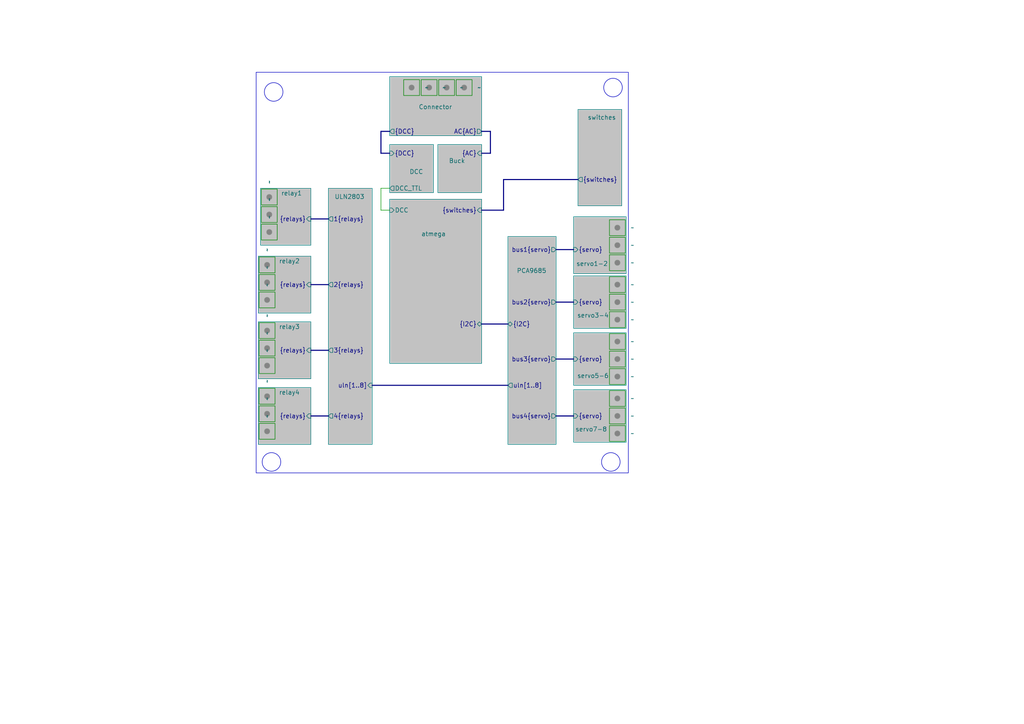
<source format=kicad_sch>
(kicad_sch (version 20231120) (generator "eeschema") (generator_version "8.0")
  (paper "A4")
  (lib_symbols
    (symbol "custom_kicad_lib_sk:screwterminal" (pin_numbers hide) (pin_names (offset 0) hide) (in_bom no) (on_board no)
      (symbol "screwterminal_1_1"
        (rectangle (start -2.3 2.3) (end 2.3 -2.3) (stroke (width 0) (color 0 132 0 1)))
        (circle (center 0 0) (radius 0.762) (stroke (width 0) (color 137 143 138 1)) (fill (type color) (color 132 132 132 1)))
      )
    )
  )
  (bus_alias "servo" (members "pin1" "pin2"))
  (bus_alias "switches" (members "conf" "toggle" "sw[1..8]"))
  (bus (pts (xy 142.24 38.1) (xy 139.7 38.1)))
  (bus (pts (xy 142.24 44.45) (xy 139.7 44.45)))
  (bus (pts (xy 161.29 87.63) (xy 166.37 87.63)))
  (bus (pts (xy 90.17 63.5) (xy 95.25 63.5)))
  (bus (pts (xy 110.49 38.1) (xy 113.03 38.1)))
  (bus (pts (xy 161.29 104.14) (xy 166.37 104.14)))
  (bus (pts (xy 142.24 44.45) (xy 142.24 38.1)))
  (bus (pts (xy 90.17 120.65) (xy 95.25 120.65)))
  (bus (pts (xy 161.29 72.39) (xy 166.37 72.39)))
  (bus (pts (xy 110.49 38.1) (xy 110.49 44.45)))
  (bus (pts (xy 90.17 101.6) (xy 95.25 101.6)))
  (wire (pts (xy 113.03 54.61) (xy 110.49 54.61)))
  (bus (pts (xy 90.17 82.55) (xy 95.25 82.55)))
  (bus (pts (xy 110.49 44.45) (xy 113.03 44.45)))
  (bus (pts (xy 146.05 52.07) (xy 167.64 52.07)))
  (bus (pts (xy 139.7 93.98) (xy 147.32 93.98)))
  (bus (pts (xy 146.05 52.07) (xy 146.05 60.96)))
  (wire (pts (xy 110.49 54.61) (xy 110.49 60.96)))
  (bus (pts (xy 161.29 120.65) (xy 166.37 120.65)))
  (bus (pts (xy 146.05 60.96) (xy 139.7 60.96)))
  (bus (pts (xy 107.95 111.76) (xy 147.32 111.76)))
  (wire (pts (xy 110.49 60.96) (xy 113.03 60.96)))
  (circle (center 177.8 25.4) (radius 2.6941))
  (circle (center 78.74 133.985) (radius 2.6941))
  (rectangle (start 74.295 20.955) (end 182.245 137.16))
  (circle (center 79.375 26.67) (radius 2.6941))
  (circle (center 177.165 133.985) (radius 2.6941))
  (symbol (lib_id "custom_kicad_lib_sk:screwterminal") (at 77.47 76.835 90) (unit 1) (in_bom no) (on_board no)
    (property "Reference" "u101" (effects (hide yes)))
    (property "Value" "~" (at 77.47 73.025 0) (effects (justify left)))
  )
  (symbol (lib_id "custom_kicad_lib_sk:screwterminal") (at 78.105 57.15 90) (unit 1) (in_bom no) (on_board no)
    (property "Reference" "u110" (effects (hide yes)))
    (property "Value" "~" (at 78.105 53.34 0) (effects (justify left)))
  )
  (symbol (lib_id "custom_kicad_lib_sk:screwterminal") (at 124.46 25.4 0) (unit 1) (in_bom no) (on_board no)
    (property "Reference" "u114" (effects (hide yes)))
    (property "Value" "~" (at 128.27 25.4 0) (effects (justify left)))
  )
  (symbol (lib_id "custom_kicad_lib_sk:screwterminal") (at 77.47 125.095 90) (unit 1) (in_bom no) (on_board no)
    (property "Reference" "u109" (effects (hide yes)))
    (property "Value" "~" (at 77.47 121.285 0) (effects (justify left)))
  )
  (symbol (lib_id "custom_kicad_lib_sk:screwterminal") (at 179.07 109.22 0) (unit 1) (in_bom no) (on_board no)
    (property "Reference" "u125" (effects (hide yes)))
    (property "Value" "~" (at 182.88 109.22 0) (effects (justify left)))
  )
  (symbol (lib_id "custom_kicad_lib_sk:screwterminal") (at 134.62 25.4 0) (unit 1) (in_bom no) (on_board no)
    (property "Reference" "u116" (effects (hide yes)))
    (property "Value" "~" (at 138.43 25.4 0) (effects (justify left)))
  )
  (symbol (lib_id "custom_kicad_lib_sk:screwterminal") (at 129.54 25.4 0) (unit 1) (in_bom no) (on_board no)
    (property "Reference" "u115" (effects (hide yes)))
    (property "Value" "~" (at 133.35 25.4 0) (effects (justify left)))
  )
  (symbol (lib_id "custom_kicad_lib_sk:screwterminal") (at 77.47 86.995 90) (unit 1) (in_bom no) (on_board no)
    (property "Reference" "u103" (effects (hide yes)))
    (property "Value" "~" (at 77.47 83.185 0) (effects (justify left)))
  )
  (symbol (lib_id "custom_kicad_lib_sk:screwterminal") (at 78.105 62.23 90) (unit 1) (in_bom no) (on_board no)
    (property "Reference" "u111" (effects (hide yes)))
    (property "Value" "~" (at 78.105 58.42 0) (effects (justify left)))
  )
  (symbol (lib_id "custom_kicad_lib_sk:screwterminal") (at 77.47 95.885 90) (unit 1) (in_bom no) (on_board no)
    (property "Reference" "u104" (effects (hide yes)))
    (property "Value" "~" (at 77.47 92.075 0) (effects (justify left)))
  )
  (symbol (lib_id "custom_kicad_lib_sk:screwterminal") (at 119.38 25.4 0) (unit 1) (in_bom no) (on_board no)
    (property "Reference" "u113" (effects (hide yes)))
    (property "Value" "~" (at 123.19 25.4 0) (effects (justify left)))
  )
  (symbol (lib_id "custom_kicad_lib_sk:screwterminal") (at 179.07 66.04 0) (unit 1) (in_bom no) (on_board no)
    (property "Reference" "u117" (effects (hide yes)))
    (property "Value" "~" (at 182.88 66.04 0) (effects (justify left)))
  )
  (symbol (lib_id "custom_kicad_lib_sk:screwterminal") (at 179.07 76.2 0) (unit 1) (in_bom no) (on_board no)
    (property "Reference" "u119" (effects (hide yes)))
    (property "Value" "~" (at 182.88 76.2 0) (effects (justify left)))
  )
  (symbol (lib_id "custom_kicad_lib_sk:screwterminal") (at 179.07 104.14 0) (unit 1) (in_bom no) (on_board no)
    (property "Reference" "u124" (effects (hide yes)))
    (property "Value" "~" (at 182.88 104.14 0) (effects (justify left)))
  )
  (symbol (lib_id "custom_kicad_lib_sk:screwterminal") (at 179.07 115.57 0) (unit 1) (in_bom no) (on_board no)
    (property "Reference" "u126" (effects (hide yes)))
    (property "Value" "~" (at 182.88 115.57 0) (effects (justify left)))
  )
  (symbol (lib_id "custom_kicad_lib_sk:screwterminal") (at 179.07 125.73 0) (unit 1) (in_bom no) (on_board no)
    (property "Reference" "u128" (effects (hide yes)))
    (property "Value" "~" (at 182.88 125.73 0) (effects (justify left)))
  )
  (symbol (lib_id "custom_kicad_lib_sk:screwterminal") (at 77.47 106.045 90) (unit 1) (in_bom no) (on_board no)
    (property "Reference" "u106" (effects (hide yes)))
    (property "Value" "~" (at 77.47 102.235 0) (effects (justify left)))
  )
  (symbol (lib_id "custom_kicad_lib_sk:screwterminal") (at 77.47 114.935 90) (unit 1) (in_bom no) (on_board no)
    (property "Reference" "u107" (effects (hide yes)))
    (property "Value" "~" (at 77.47 111.125 0) (effects (justify left)))
  )
  (symbol (lib_id "custom_kicad_lib_sk:screwterminal") (at 179.07 92.71 0) (unit 1) (in_bom no) (on_board no)
    (property "Reference" "u122" (effects (hide yes)))
    (property "Value" "~" (at 182.88 92.71 0) (effects (justify left)))
  )
  (symbol (lib_id "custom_kicad_lib_sk:screwterminal") (at 179.07 99.06 0) (unit 1) (in_bom no) (on_board no)
    (property "Reference" "u123" (effects (hide yes)))
    (property "Value" "~" (at 182.88 99.06 0) (effects (justify left)))
  )
  (symbol (lib_id "custom_kicad_lib_sk:screwterminal") (at 77.47 100.965 90) (unit 1) (in_bom no) (on_board no)
    (property "Reference" "u105" (effects (hide yes)))
    (property "Value" "~" (at 77.47 97.155 0) (effects (justify left)))
  )
  (symbol (lib_id "custom_kicad_lib_sk:screwterminal") (at 77.47 120.015 90) (unit 1) (in_bom no) (on_board no)
    (property "Reference" "u108" (effects (hide yes)))
    (property "Value" "~" (at 77.47 116.205 0) (effects (justify left)))
  )
  (symbol (lib_id "custom_kicad_lib_sk:screwterminal") (at 77.47 81.915 90) (unit 1) (in_bom no) (on_board no)
    (property "Reference" "u102" (effects (hide yes)))
    (property "Value" "~" (at 77.47 78.105 0) (effects (justify left)))
  )
  (symbol (lib_id "custom_kicad_lib_sk:screwterminal") (at 78.105 67.31 90) (unit 1) (in_bom no) (on_board no)
    (property "Reference" "u112" (effects (hide yes)))
    (property "Value" "~" (at 78.105 63.5 0) (effects (justify left)))
  )
  (symbol (lib_id "custom_kicad_lib_sk:screwterminal") (at 179.07 120.65 0) (unit 1) (in_bom no) (on_board no)
    (property "Reference" "u127" (effects (hide yes)))
    (property "Value" "~" (at 182.88 120.65 0) (effects (justify left)))
  )
  (symbol (lib_id "custom_kicad_lib_sk:screwterminal") (at 179.07 82.55 0) (unit 1) (in_bom no) (on_board no)
    (property "Reference" "u120" (effects (hide yes)))
    (property "Value" "~" (at 182.88 82.55 0) (effects (justify left)))
  )
  (symbol (lib_id "custom_kicad_lib_sk:screwterminal") (at 179.07 71.12 0) (unit 1) (in_bom no) (on_board no)
    (property "Reference" "u118" (effects (hide yes)))
    (property "Value" "~" (at 182.88 71.12 0) (effects (justify left)))
  )
  (symbol (lib_id "custom_kicad_lib_sk:screwterminal") (at 179.07 87.63 0) (unit 1) (in_bom no) (on_board no)
    (property "Reference" "u121" (effects (hide yes)))
    (property "Value" "~" (at 182.88 87.63 0) (effects (justify left)))
  )
  (sheet (at 166.37 62.865) (size 15.24 16.51) (stroke (width 0.1524) (color 0 132 132 1)) (fill (color 194 194 194 1.0000))
    (property "Sheetname" "servo1-2" (at 167.132 77.216 0) (effects (justify left bottom)))
    (property "Sheetfile" "servo.kicad_sch" (effects (hide yes)))
    (pin "{servo}" input (at 166.37 72.39 180))
  )
  (sheet (at 167.64 31.75) (size 12.7 27.94) (stroke (width 0.1524) (color 0 132 132 1)) (fill (color 194 194 194 1.0000))
    (property "Sheetname" "switches" (at 170.434 34.798 0) (effects (justify left bottom)))
    (property "Sheetfile" "switches.kicad_sch" (effects (hide yes)))
    (pin "{switches}" output (at 167.64 52.07 180))
  )
  (sheet (at 95.25 54.61) (size 12.7 74.295) (stroke (width 0.1524) (color 0 132 132 1)) (fill (color 194 194 194 1.0000))
    (property "Sheetname" "ULN2803" (at 97.028 57.785 0) (effects (justify left bottom)))
    (property "Sheetfile" "ULN2803.kicad_sch" (effects (hide yes)))
    (pin "uln[1..8]" input (at 107.95 111.76 0))
    (pin "1{relays}" output (at 95.25 63.5 180))
    (pin "2{relays}" output (at 95.25 82.55 180))
    (pin "3{relays}" output (at 95.25 101.6 180))
    (pin "4{relays}" output (at 95.25 120.65 180))
  )
  (sheet (at 113.03 41.91) (size 12.7 13.97) (stroke (width 0.1524) (color 0 132 132 1)) (fill (color 194 194 194 1.0000))
    (property "Sheetname" "DCC" (at 118.745 50.546 0) (effects (justify left bottom)))
    (property "Sheetfile" "DCC.kicad_sch" (effects (hide yes)))
    (pin "DCC_TTL" output (at 113.03 54.61 180))
    (pin "{DCC}" input (at 113.03 44.45 180))
  )
  (sheet (at 166.37 80.01) (size 15.24 15.24) (stroke (width 0.1524) (color 0 132 132 1)) (fill (color 194 194 194 1.0000))
    (property "Sheetname" "servo3-4" (at 167.386 92.202 0) (effects (justify left bottom)))
    (property "Sheetfile" "servo.kicad_sch" (effects (hide yes)))
    (pin "{servo}" input (at 166.37 87.63 180))
  )
  (sheet (at 74.93 74.295) (size 15.24 16.51) (stroke (width 0.1524) (color 0 132 132 1)) (fill (color 194 194 194 1.0000))
    (property "Sheetname" "relay2" (at 80.899 76.454 0) (effects (justify left bottom)))
    (property "Sheetfile" "relayConnector.kicad_sch" (effects (hide yes)))
    (pin "{relays}" input (at 90.17 82.55 0))
  )
  (sheet (at 74.93 112.395) (size 15.24 16.51) (stroke (width 0.1524) (color 0 132 132 1)) (fill (color 194 194 194 1.0000))
    (property "Sheetname" "relay4" (at 80.899 114.554 0) (effects (justify left bottom)))
    (property "Sheetfile" "relayConnector.kicad_sch" (effects (hide yes)))
    (pin "{relays}" input (at 90.17 120.65 0))
  )
  (sheet (at 127 41.91) (size 12.7 13.97) (stroke (width 0.1524) (color 0 132 132 1)) (fill (color 194 194 194 1.0000))
    (property "Sheetname" "Buck" (at 130.175 47.371 0) (effects (justify left bottom)))
    (property "Sheetfile" "Buck.kicad_sch" (effects (hide yes)))
    (pin "{AC}" input (at 139.7 44.45 0))
  )
  (sheet (at 113.03 22.225) (size 26.67 17.145) (stroke (width 0.1524) (color 0 132 132 1)) (fill (color 194 194 194 1.0000))
    (property "Sheetname" "Connector" (at 121.412 31.75 0) (effects (justify left bottom)))
    (property "Sheetfile" "Connector.kicad_sch" (effects (hide yes)))
    (pin "{DCC}" output (at 113.03 38.1 180))
    (pin "AC{AC}" output (at 139.7 38.1 0))
  )
  (sheet (at 74.93 93.345) (size 15.24 16.51) (stroke (width 0.1524) (color 0 132 132 1)) (fill (color 194 194 194 1.0000))
    (property "Sheetname" "relay3" (at 80.899 95.504 0) (effects (justify left bottom)))
    (property "Sheetfile" "relayConnector.kicad_sch" (effects (hide yes)))
    (pin "{relays}" input (at 90.17 101.6 0))
  )
  (sheet (at 75.565 54.61) (size 14.605 16.51) (stroke (width 0.1524) (color 0 132 132 1)) (fill (color 194 194 194 1.0000))
    (property "Sheetname" "relay1" (at 81.534 56.769 0) (effects (justify left bottom)))
    (property "Sheetfile" "relayConnector.kicad_sch" (effects (hide yes)))
    (pin "{relays}" input (at 90.17 63.5 0))
  )
  (sheet (at 166.37 96.52) (size 15.24 15.24) (stroke (width 0.1524) (color 0 132 132 1)) (fill (color 194 194 194 1.0000))
    (property "Sheetname" "servo5-6" (at 167.386 109.728 0) (effects (justify left bottom)))
    (property "Sheetfile" "servo.kicad_sch" (effects (hide yes)))
    (pin "{servo}" input (at 166.37 104.14 180))
  )
  (sheet (at 166.37 113.03) (size 15.24 15.24) (stroke (width 0.1524) (color 0 132 132 1)) (fill (color 194 194 194 1.0000))
    (property "Sheetname" "servo7-8" (at 166.878 125.222 0) (effects (justify left bottom)))
    (property "Sheetfile" "servo.kicad_sch" (effects (hide yes)))
    (pin "{servo}" input (at 166.37 120.65 180))
  )
  (sheet (at 113.03 57.785) (size 26.67 47.625) (stroke (width 0.1524) (color 0 132 132 1)) (fill (color 194 194 194 1.0000))
    (property "Sheetname" "atmega" (at 122.174 68.58 0) (effects (justify left bottom)))
    (property "Sheetfile" "atmega.kicad_sch" (effects (hide yes)))
    (pin "DCC" input (at 113.03 60.96 180))
    (pin "{I2C}" bidirectional (at 139.7 93.98 0))
    (pin "{switches}" input (at 139.7 60.96 0))
  )
  (sheet (at 147.32 68.58) (size 13.97 60.325) (stroke (width 0.1524) (color 0 132 132 1)) (fill (color 194 194 194 1.0000))
    (property "Sheetname" "PCA9685" (at 149.86 79.248 0) (effects (justify left bottom)))
    (property "Sheetfile" "PCA9685.kicad_sch" (effects (hide yes)))
    (pin "bus4{servo}" output (at 161.29 120.65 0))
    (pin "{I2C}" bidirectional (at 147.32 93.98 180))
    (pin "bus3{servo}" output (at 161.29 104.14 0))
    (pin "bus1{servo}" output (at 161.29 72.39 0))
    (pin "bus2{servo}" output (at 161.29 87.63 0))
    (pin "uln[1..8]" output (at 147.32 111.76 180))
  )
)
</source>
